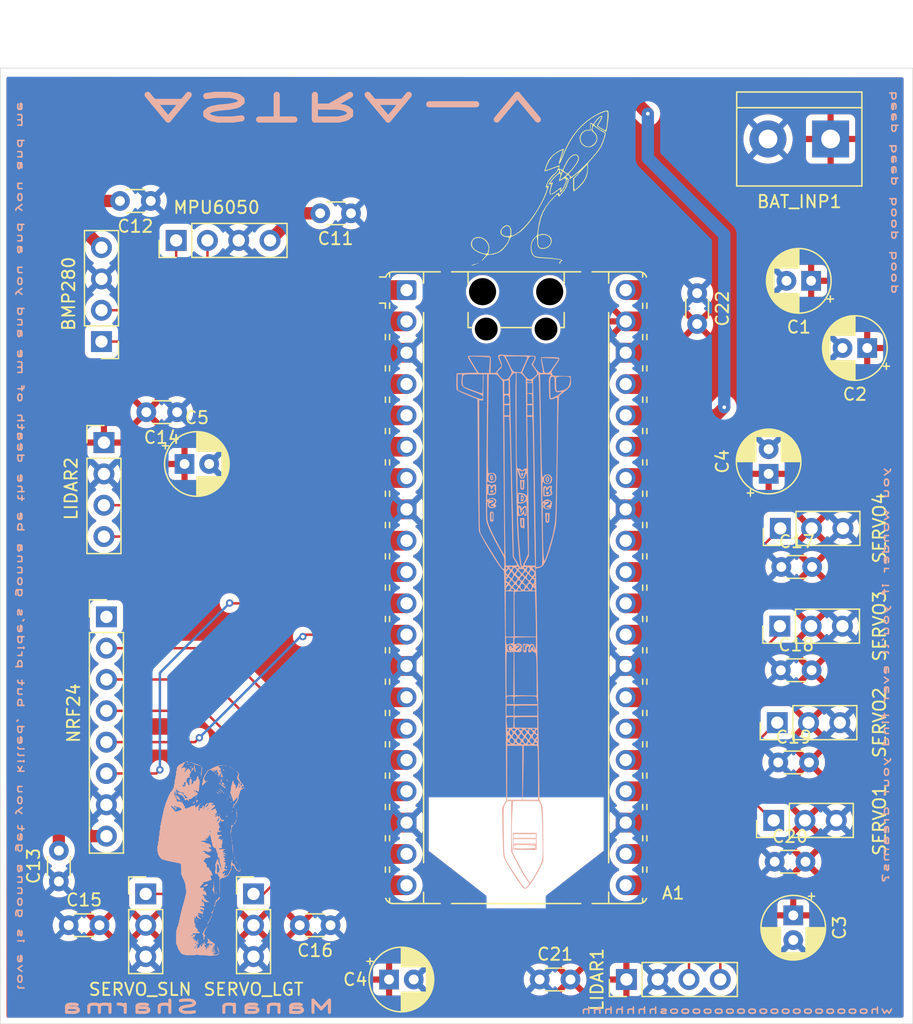
<source format=kicad_pcb>
(kicad_pcb (version 20241229) (generator "pcbnew") (generator_version "9.0")
  (layers (0 "F.Cu" signal) (2 "B.Cu" signal) (13 "F.Paste" user) (15 "B.Paste" user) (5 "F.SilkS" user "F.Silkscreen") (7 "B.SilkS" user "B.Silkscreen") (1 "F.Mask" user) (3 "B.Mask" user) (25 "Edge.Cuts" user))
  (net 0 "")
  (net 1 "/RCV_L2")
  (net 2 "/XMIT_L2")
  (net 3 "/SDA_BMP")
  (net 4 "/MOSI")
  (net 5 "/SDA_MPU")
  (net 6 "/CE")
  (net 7 "/SCK")
  (net 8 "/SCL_MPU")
  (net 9 "/GPIO_SLN")
  (net 10 "/GPIO_NCH")
  (net 11 "/SERVO3")
  (net 12 "/SERVO4")
  (net 13 "GND")
  (net 16 "/MISO")
  (net 17 "/SCL_BMP")
  (net 21 "/CSN")
  (net 22 "/5V")
  (net 24 "/SERVO5_LGT")
  (net 26 "/RCV_L1")
  (net 27 "/SERVO1")
  (net 29 "/XMIT_L1")
  (net 30 "/SERVO2")
  (net 33 "/SERVO6_SLN")
  (net 34 "/3v3")
  (footprint "Capacitor_THT:C_Disc_D3.0mm_W1.6mm_P2.50mm" (layer "F.Cu") (at 173.58 103.8)
    (property "Reference" "C19")
    (property "Value" "0.1uf")
  )
  (footprint "Connector_PinHeader_2.54mm:PinHeader_1x03_P2.54mm_Vertical" (layer "F.Cu") (at 173.71 92.75 90)
    (property "Reference" "SERVO3")
    (property "Value" "~")
  )
  (footprint "Connector_PinHeader_2.54mm:PinHeader_1x04_P2.54mm_Vertical" (layer "F.Cu") (at 118.66 69.675 180)
    (property "Reference" "BMP280")
    (property "Value" "~")
  )
  (footprint "Capacitor_THT:CP_Radial_D5.0mm_P2.00mm" (layer "F.Cu") (at 174.8 116.2 -90)
    (property "Reference" "C3")
    (property "Value" "100uf")
  )
  (footprint "TerminalBlock:TerminalBlock_bornier-2_P5.08mm" (layer "F.Cu") (at 177.83 53.25 180)
    (property "Reference" "BAT_INP1")
    (property "Value" "~")
  )
  (footprint "Capacitor_THT:C_Disc_D3.0mm_W1.6mm_P2.50mm" (layer "F.Cu") (at 122.66 58.275 180)
    (property "Reference" "C12")
    (property "Value" "0.1uf")
  )
  (footprint "Capacitor_THT:CP_Radial_D5.0mm_P2.00mm" (layer "F.Cu") (at 125.4 79.6)
    (property "Reference" "C5")
    (property "Value" "100uf")
  )
  (footprint "Connector_PinHeader_2.54mm:PinHeader_1x03_P2.54mm_Vertical" (layer "F.Cu") (at 173.21 108.5 90)
    (property "Reference" "SERVO1")
    (property "Value" "~")
  )
  (footprint "Capacitor_THT:CP_Radial_D5.0mm_P2.00mm" (layer "F.Cu") (at 142 121.4)
    (property "Reference" "C4")
    (property "Value" "100uf")
  )
  (footprint "Capacitor_THT:C_Disc_D3.0mm_W1.6mm_P2.50mm" (layer "F.Cu") (at 124.8 75.4 180)
    (property "Reference" "C14")
    (property "Value" "0.1uf")
  )
  (footprint "Connector_PinHeader_2.54mm:PinHeader_1x03_P2.54mm_Vertical" (layer "F.Cu") (at 131 114.46)
    (property "Reference" "SERVO_LGT")
    (property "Value" "~")
  )
  (footprint "Connector_PinHeader_2.54mm:PinHeader_1x04_P2.54mm_Vertical" (layer "F.Cu") (at 161.26 121.4 90)
    (property "Reference" "LIDAR1")
    (property "Value" "~")
  )
  (footprint "Capacitor_THT:CP_Radial_D5.0mm_P2.00mm" (layer "F.Cu") (at 180.8 70.2 180)
    (property "Reference" "C2")
    (property "Value" "10uf")
  )
  (footprint "Connector_PinHeader_2.54mm:PinHeader_1x03_P2.54mm_Vertical" (layer "F.Cu") (at 173.75 84.825 90)
    (property "Reference" "SERVO4")
    (property "Value" "~")
  )
  (footprint "Capacitor_THT:C_Disc_D3.0mm_W1.6mm_P2.50mm" (layer "F.Cu") (at 115.2 113.45 90)
    (property "Reference" "C13")
    (property "Value" "0.1uf")
  )
  (footprint "Capacitor_THT:C_Disc_D3.0mm_W1.6mm_P2.50mm" (layer "F.Cu") (at 173.79 96.325)
    (property "Reference" "C18")
    (property "Value" "0.1uf")
  )
  (footprint "Capacitor_THT:CP_Radial_D5.0mm_P2.00mm" (layer "F.Cu") (at 176.25 64.75 180)
    (property "Reference" "C1")
    (property "Value" "470uf")
  )
  (footprint "Connector_PinHeader_2.54mm:PinHeader_1x03_P2.54mm_Vertical" (layer "F.Cu") (at 122.25 114.46)
    (property "Reference" "SERVO_SLN")
    (property "Value" "~")
  )
  (footprint "Connector_PinHeader_2.54mm:PinHeader_1x03_P2.54mm_Vertical" (layer "F.Cu") (at 173.5 100.575 90)
    (property "Reference" "SERVO2")
    (property "Value" "~")
  )
  (footprint "Module:RaspberryPi_Pico_Common_Unspecified" (layer "F.Cu") (at 152.31 89.63)
    (property "Reference" "A1")
    (property "Value" "RaspberryPi_Pico")
  )
  (footprint "Capacitor_THT:C_Disc_D3.0mm_W1.6mm_P2.50mm" (layer "F.Cu") (at 137.25 117 180)
    (property "Reference" "C16")
    (property "Value" "0.1uf")
  )
  (footprint "LOGO" (layer "F.Cu") (at 154.6 55.8)
    (property "Reference" "G***" (hide yes))
    (property "Value" "LOGO" (hide yes))
  )
  (footprint "Capacitor_THT:CP_Radial_D5.0mm_P2.00mm" (layer "F.Cu") (at 172.8 80.4 90)
    (property "Reference" "C4")
    (property "Value" "100uf")
  )
  (footprint "Capacitor_THT:C_Disc_D3.0mm_W1.6mm_P2.50mm" (layer "F.Cu") (at 154.22 121.4)
    (property "Reference" "C21")
    (property "Value" "0.1uf")
  )
  (footprint "Capacitor_THT:C_Disc_D3.0mm_W1.6mm_P2.50mm" (layer "F.Cu") (at 116 117)
    (property "Reference" "C15")
    (property "Value" "0.1uf")
  )
  (footprint "Connector_PinHeader_2.54mm:PinHeader_1x08_P2.54mm_Vertical" (layer "F.Cu") (at 119.06 91.995)
    (property "Reference" "NRF24")
    (property "Value" "~")
  )
  (footprint "Capacitor_THT:C_Disc_D3.0mm_W1.6mm_P2.50mm" (layer "F.Cu") (at 167 65.75 -90)
    (property "Reference" "C22")
    (property "Value" "0.1uf")
  )
  (footprint "Capacitor_THT:C_Disc_D3.0mm_W1.6mm_P2.50mm" (layer "F.Cu") (at 173.29 111.85)
    (property "Reference" "C20")
    (property "Value" "0.1uf")
  )
  (footprint "Capacitor_THT:C_Disc_D3.0mm_W1.6mm_P2.50mm" (layer "F.Cu") (at 138.91 59.275 180)
    (property "Reference" "C11")
    (property "Value" "0.1uf")
  )
  (footprint "Connector_PinHeader_2.54mm:PinHeader_1x04_P2.54mm_Vertical" (layer "F.Cu") (at 124.72 61.475 90)
    (property "Reference" "MPU6050")
    (property "Value" "~")
  )
  (footprint "Connector_PinHeader_2.54mm:PinHeader_1x04_P2.54mm_Vertical" (layer "F.Cu") (at 118.86 77.865)
    (property "Reference" "LIDAR2")
    (property "Value" "~")
  )
  (footprint "Capacitor_THT:C_Disc_D3.0mm_W1.6mm_P2.50mm" (layer "F.Cu") (at 173.83 87.95)
    (property "Reference" "C17")
    (property "Value" "0.1uf")
  )
  (footprint "LOGO" (layer "B.Cu") (at 133.757712 111.292615 180)
    (property "Reference" "G***" (hide yes))
    (property "Value" "LOGO" (hide yes))
  )
  (footprint "LOGO" (layer "B.Cu") (at 152.4 92.2)
    (property "Reference" "G***" (hide yes))
    (property "Value" "LOGO" (hide yes))
  )
  (gr_rect (start 110.45 47.5) (end 184.5 125) (stroke (width 0.05)) (fill no) (layer "Edge.Cuts"))
  (gr_text "Manan Sharma" (at 137.8 124.2 0) (layer "B.SilkS") (effects (font (size 1 2) (thickness 0.25) (bold yes)) (justify left bottom mirror)))
  (gr_text "whooooooooooooooooooshhhhhhh" (at 183 124.2 0) (layer "B.SilkS") (effects (font (size 0.5 1) (thickness 0.125) (bold yes)) (justify left bottom mirror)))
  (gr_text "ASTRA-V" (at 121.6 49.4 180) (layer "B.SilkS") (effects (font (size 2 5) (thickness 0.5) (bold yes)) (justify left bottom mirror)))
  (gr_text "beep beep boop boop\n" (at 183.2 49.2 90) (layer "B.SilkS") (effects (font (size 0.5 1) (thickness 0.125) (bold yes)) (justify left bottom mirror)))
  (gr_text "love is gonna get you killed, but pride's gonna be the death of me and you and you and me\n\n" (at 111 122.4 270) (layer "B.SilkS") (effects (font (size 0.5 1) (thickness 0.125) (bold yes)) (justify left bottom mirror)))
  (gr_text "you wonder if you'll ever find your dreams?\n" (at 182.6 79.8 90) (layer "B.SilkS") (effects (font (size 0.5 1) (thickness 0.125) (bold yes)) (justify left bottom mirror)))
  (segment (start 132.935 78.2) (end 143.42 78.2) (width 0.2) (layer "F.Cu") (net 1))
  (segment (start 130.46 80.675) (end 132.935 78.2) (width 0.2) (layer "F.Cu") (net 1))
  (segment (start 128.19 82.945) (end 130.46 80.675) (width 0.2) (layer "F.Cu") (net 1))
  (segment (start 130.47 80.665) (end 130.46 80.675) (width 0.2) (layer "F.Cu") (net 1))
  (segment (start 118.86 82.945) (end 128.19 82.945) (width 0.2) (layer "F.Cu") (net 1))
  (segment (start 135.195 80.74) (end 143.42 80.74) (width 0.2) (layer "F.Cu") (net 2))
  (segment (start 130.45 85.485) (end 135.195 80.74) (width 0.2) (layer "F.Cu") (net 2))
  (segment (start 118.86 85.485) (end 130.45 85.485) (width 0.2) (layer "F.Cu") (net 2))
  (segment (start 123.92 67.135) (end 129.905 73.12) (width 0.2) (layer "F.Cu") (net 3))
  (segment (start 123.92 67.135) (end 118.66 67.135) (width 0.2) (layer "F.Cu") (net 3))
  (segment (start 129.905 73.12) (end 143.42 73.12) (width 0.2) (layer "F.Cu") (net 3))
  (segment (start 131.445 101.06) (end 143.42 101.06) (width 0.2) (layer "F.Cu") (net 4))
  (segment (start 127.46 97.075) (end 131.445 101.06) (width 0.2) (layer "F.Cu") (net 4))
  (segment (start 119.06 97.075) (end 127.46 97.075) (width 0.2) (layer "F.Cu") (net 4))
  (segment (start 128.085 65.5) (end 143.42 65.5) (width 0.2) (layer "F.Cu") (net 5))
  (segment (start 127.26 61.475) (end 127.26 64.675) (width 0.2) (layer "F.Cu") (net 5))
  (segment (start 127.26 64.675) (end 128.085 65.5) (width 0.2) (layer "F.Cu") (net 5))
  (segment (start 129.06 90.875) (end 129.085 90.9) (width 0.2) (layer "F.Cu") (net 6))
  (segment (start 123.105 104.695) (end 123.4 104.4) (width 0.2) (layer "F.Cu") (net 6))
  (segment (start 129.085 90.9) (end 143.42 90.9) (width 0.2) (layer "F.Cu") (net 6))
  (segment (start 119.06 104.695) (end 123.105 104.695) (width 0.2) (layer "F.Cu") (net 6))
  (via (at 123.4 104.4) (size 0.6) (drill 0.3) (layers "F.Cu" "B.Cu") (net 6))
  (via (at 129.06 90.875) (size 0.6) (drill 0.3) (layers "F.Cu" "B.Cu") (net 6))
  (segment (start 123.4 96.535) (end 129.06 90.875) (width 0.2) (layer "B.Cu") (net 6))
  (segment (start 123.4 104.4) (end 123.4 96.535) (width 0.2) (layer "B.Cu") (net 6))
  (segment (start 128.32 94.535) (end 132.305 98.52) (width 0.2) (layer "F.Cu") (net 7))
  (segment (start 119.06 94.535) (end 128.32 94.535) (width 0.2) (layer "F.Cu") (net 7))
  (segment (start 132.305 98.52) (end 143.42 98.52) (width 0.2) (layer "F.Cu") (net 7))
  (segment (start 124.72 66.135) (end 126.625 68.04) (width 0.2) (layer "F.Cu") (net 8))
  (segment (start 124.72 61.475) (end 124.72 66.135) (width 0.2) (layer "F.Cu") (net 8))
  (segment (start 126.625 68.04) (end 143.42 68.04) (width 0.2) (layer "F.Cu") (net 8))
  (segment (start 165.94 101.06) (end 162 101.06) (width 0.2) (layer "F.Cu") (net 11))
  (segment (start 173.71 92.75) (end 173.71 93.29) (width 0.2) (layer "F.Cu") (net 11))
  (segment (start 173.71 93.29) (end 165.94 101.06) (width 0.2) (layer "F.Cu") (net 11))
  (segment (start 173.75 84.825) (end 167.25 91.325) (width 0.2) (layer "F.Cu") (net 12))
  (segment (start 167.25 91.325) (end 167.25 95.75) (width 0.2) (layer "F.Cu") (net 12))
  (segment (start 167.25 95.75) (end 164.48 98.52) (width 0.2) (layer "F.Cu") (net 12))
  (segment (start 164.48 98.52) (end 162 98.52) (width 0.2) (layer "F.Cu") (net 12))
  (segment (start 130.985 103.6) (end 143.42 103.6) (width 0.2) (layer "F.Cu") (net 16))
  (segment (start 119.06 99.615) (end 127 99.615) (width 0.2) (layer "F.Cu") (net 16))
  (segment (start 127 99.615) (end 130.985 103.6) (width 0.2) (layer "F.Cu") (net 16))
  (segment (start 128.845 75.66) (end 143.42 75.66) (width 0.2) (layer "F.Cu") (net 17))
  (segment (start 122.86 69.675) (end 128.845 75.66) (width 0.2) (layer "F.Cu") (net 17))
  (segment (start 122.86 69.675) (end 118.66 69.675) (width 0.2) (layer "F.Cu") (net 17))
  (segment (start 135.16 93.44) (end 143.42 93.44) (width 0.2) (layer "F.Cu") (net 21))
  (segment (start 126.245 102.155) (end 126.6 101.8) (width 0.2) (layer "F.Cu") (net 21))
  (segment (start 119.06 102.155) (end 126.245 102.155) (width 0.2) (layer "F.Cu") (net 21))
  (segment (start 135 93.6) (end 135.16 93.44) (width 0.2) (layer "F.Cu") (net 21))
  (via (at 135 93.6) (size 0.6) (drill 0.3) (layers "F.Cu" "B.Cu") (net 21))
  (via (at 126.6 101.8) (size 0.6) (drill 0.3) (layers "F.Cu" "B.Cu") (net 21))
  (segment (start 126.6 101.8) (end 134.8 93.6) (width 0.2) (layer "B.Cu") (net 21))
  (segment (start 134.8 93.6) (end 135 93.6) (width 0.2) (layer "B.Cu") (net 21))
  (segment (start 143.335 113.675) (end 143.42 113.76) (width 0.2) (layer "F.Cu") (net 24))
  (segment (start 131.815 114.46) (end 132.6 113.675) (width 0.2) (layer "F.Cu") (net 24))
  (segment (start 131 114.46) (end 131.815 114.46) (width 0.2) (layer "F.Cu") (net 24))
  (segment (start 132.6 113.675) (end 143.335 113.675) (width 0.2) (layer "F.Cu") (net 24))
  (segment (start 166 113.75) (end 165.99 113.76) (width 0.2) (layer "F.Cu") (net 26))
  (segment (start 166 113.75) (end 166.34 114.09) (width 0.2) (layer "F.Cu") (net 26))
  (segment (start 166.34 114.09) (end 166.34 121.4) (width 0.2) (layer "F.Cu") (net 26))
  (segment (start 165.99 113.76) (end 162 113.76) (width 0.2) (layer "F.Cu") (net 26))
  (segment (start 170.74 106.14) (end 161.2 106.14) (width 0.2) (layer "F.Cu") (net 27))
  (segment (start 173.21 108.5) (end 173.1 108.5) (width 0.2) (layer "F.Cu") (net 27))
  (segment (start 173.1 108.5) (end 170.74 106.14) (width 0.2) (layer "F.Cu") (net 27))
  (segment (start 168.88 111.88) (end 168.88 121.4) (width 0.2) (layer "F.Cu") (net 29))
  (segment (start 168.22 111.22) (end 162 111.22) (width 0.2) (layer "F.Cu") (net 29))
  (segment (start 168.22 111.22) (end 168.88 111.88) (width 0.2) (layer "F.Cu") (net 29))
  (segment (start 173.5 100.575) (end 173.425 100.575) (width 0.2) (layer "F.Cu") (net 30))
  (segment (start 173.425 100.575) (end 170.4 103.6) (width 0.2) (layer "F.Cu") (net 30))
  (segment (start 170.4 103.6) (end 162 103.6) (width 0.2) (layer "F.Cu") (net 30))
  (segment (start 135.86 108.075) (end 139.005 111.22) (width 0.2) (layer "F.Cu") (net 33))
  (segment (start 131.425 108.075) (end 135.86 108.075) (width 0.2) (layer "F.Cu") (net 33))
  (segment (start 125.04 114.46) (end 131.425 108.075) (width 0.2) (layer "F.Cu") (net 33))
  (segment (start 139.005 111.22) (end 143.42 111.22) (width 0.2) (layer "F.Cu") (net 33))
  (segment (start 122.25 114.46) (end 125.04 114.46) (width 0.2) (layer "F.Cu") (net 33))
  (segment (start 115.2 108.975) (end 115.8 108.375) (width 1) (layer "F.Cu") (net 34))
  (segment (start 114.56 108.375) (end 115.8 108.375) (width 1) (layer "F.Cu") (net 34))
  (segment (start 115.2 110.95) (end 115.2 108.975) (width 1) (layer "F.Cu") (net 34))
  (segment (start 119 55.4) (end 125.8 55.4) (width 1) (layer "F.Cu") (net 34))
  (segment (start 117.76 109.775) (end 116.36 108.375) (width 1) (layer "F.Cu") (net 34))
  (segment (start 118.66 58.275) (end 117.06 59.875) (width 1) (layer "F.Cu") (net 34))
  (segment (start 116.26 108.475) (end 116.26 108.275) (width 0.2) (layer "F.Cu") (net 34))
  (segment (start 132.34 61.475) (end 133.6 60.215) (width 1) (layer "F.Cu") (net 34))
  (segment (start 125.8 55.4) (end 131.6 49.6) (width 1) (layer "F.Cu") (net 34))
  (segment (start 117.06 57.34) (end 119 55.4) (width 1) (layer "F.Cu") (net 34))
  (segment (start 144.8 49.6) (end 131.6 49.6) (width 1) (layer "F.Cu") (net 34))
  (segment (start 161.2 75.66) (end 167.475 75.66) (width 1) (layer "F.Cu") (net 34))
  (segment (start 133.6 56.8) (end 138.8 51.6) (width 1) (layer "F.Cu") (net 34))
  (segment (start 118.66 62.055) (end 117.06 60.455) (width 1) (layer "F.Cu") (net 34))
  (segment (start 167.475 75.66) (end 168.54 75.66) (width 1) (layer "F.Cu") (net 34))
  (segment (start 133.6 60.215) (end 133.6 58) (width 1) (layer "F.Cu") (net 34))
  (segment (start 117.06 59.875) (end 117.06 57.34) (width 1) (layer "F.Cu") (net 34))
  (segment (start 119.06 109.775) (end 117.76 109.775) (width 1) (layer "F.Cu") (net 34))
  (segment (start 131.6 49.6) (end 115.8 49.6) (width 1) (layer "F.Cu") (net 34))
  (segment (start 134.875 59.275) (end 133.6 58) (width 1) (layer "F.Cu") (net 34))
  (segment (start 168.54 75.66) (end 169.2 75) (width 1) (layer "F.Cu") (net 34))
  (segment (start 142.8 51.6) (end 144.8 49.6) (width 1) (layer "F.Cu") (net 34))
  (segment (start 163 51.2) (end 161.4 49.6) (width 1) (layer "F.Cu") (net 34))
  (segment (start 113.06 52.34) (end 113.06 106.875) (width 1) (layer "F.Cu") (net 34))
  (segment (start 115.8 108.375) (end 116.36 108.375) (width 1) (layer "F.Cu") (net 34))
  (segment (start 161.4 49.6) (end 144.8 49.6) (width 1) (layer "F.Cu") (net 34))
  (segment (start 113.06 106.875) (end 114.56 108.375) (width 1) (layer "F.Cu") (net 34))
  (segment (start 133.6 58) (end 133.6 56.8) (width 1) (layer "F.Cu") (net 34))
  (segment (start 136.41 59.275) (end 134.875 59.275) (width 1) (layer "F.Cu") (net 34))
  (segment (start 120.16 58.275) (end 118.66 58.275) (width 1) (layer "F.Cu") (net 34))
  (segment (start 138.8 51.6) (end 142.8 51.6) (width 1) (layer "F.Cu") (net 34))
  (segment (start 117.06 60.455) (end 117.06 59.875) (width 1) (layer "F.Cu") (net 34))
  (segment (start 115.8 49.6) (end 113.06 52.34) (width 1) (layer "F.Cu") (net 34))
  (via (at 169.2 75) (size 0.6) (drill 0.3) (layers "F.Cu" "B.Cu") (net 34))
  (via (at 163 51.2) (size 0.6) (drill 0.3) (layers "F.Cu" "B.Cu") (net 34))
  (segment (start 169.2 75) (end 169.2 61) (width 1) (layer "B.Cu") (net 34))
  (segment (start 163 54.8) (end 163 51.2) (width 1) (layer "B.Cu") (net 34))
  (segment (start 166 57.8) (end 163 54.8) (width 1) (layer "B.Cu") (net 34))
  (segment (start 169.2 61) (end 166 57.8) (width 1) (layer "B.Cu") (net 34))
  (zone (net 22) (net_name "/5V") (layer "F.Cu") (priority 1) (connect_pads (clearance 0.5)) (min_thickness 0.25) (fill yes (thermal_gap 0.5) (thermal_bridge_width 0.5))
    (polygon (pts (xy 110.75 48.25) (xy 183.75 48.25) (xy 183.75 124.65) (xy 110.75 124.9)))
  )
  (zone (net 13) (net_name "GND") (layer "B.Cu") (connect_pads (clearance 0.5)) (min_thickness 0.25) (fill yes (thermal_gap 0.5) (thermal_bridge_width 0.5))
    (polygon (pts (xy 110.8 48.2) (xy 183.75 48.25) (xy 183.75 124.65) (xy 111.003723 124.799992)))
  )
)
</source>
